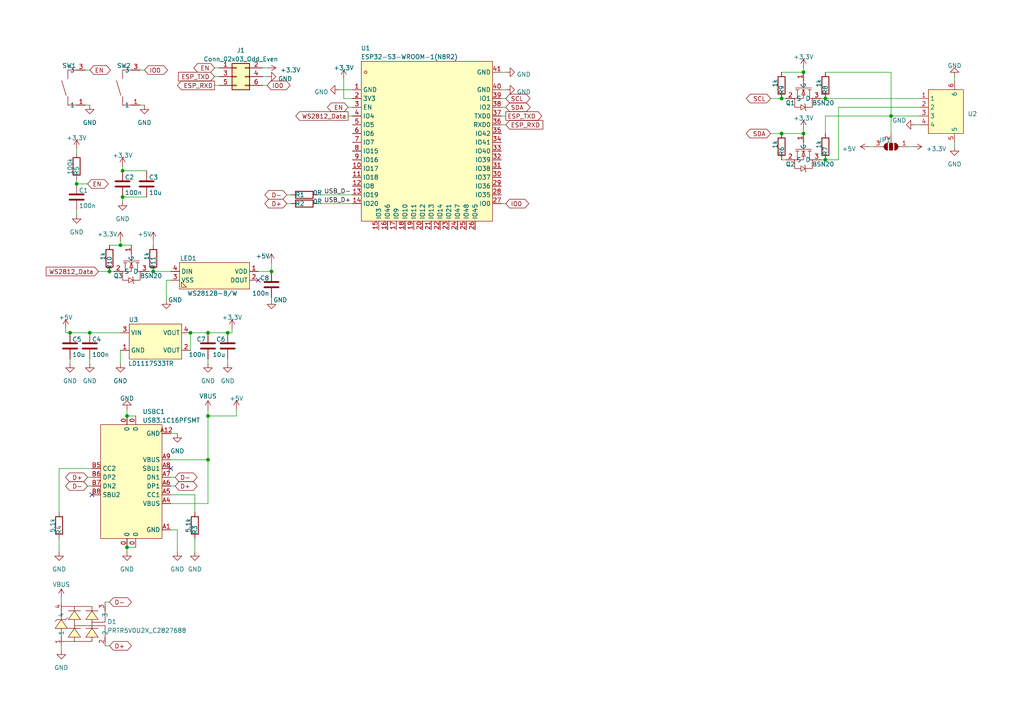
<source format=kicad_sch>
(kicad_sch (version 20230121) (generator eeschema)
  (paper "A4")
  (lib_symbols
    (symbol "Connector_Generic:Conn_02x03_Odd_Even" (pin_names (offset 1.016) hide)
      (property "Reference" "J" (at 1.27 5.08 0))
      (property "Value" "Conn_02x03_Odd_Even" (at 1.27 -5.08 0))
      (symbol "Conn_02x03_Odd_Even_1_1"
        (rectangle (start -1.27 -2.413) (end 0 -2.667) (stroke (width 0.1524)))
        (rectangle (start -1.27 0.127) (end 0 -0.127) (stroke (width 0.1524)))
        (rectangle (start -1.27 2.667) (end 0 2.413) (stroke (width 0.1524)))
        (rectangle (start -1.27 3.81) (end 3.81 -3.81) (stroke (width 0.254)) (fill (type background)))
        (rectangle (start 3.81 -2.413) (end 2.54 -2.667) (stroke (width 0.1524)))
        (rectangle (start 3.81 0.127) (end 2.54 -0.127) (stroke (width 0.1524)))
        (rectangle (start 3.81 2.667) (end 2.54 2.413) (stroke (width 0.1524)))
        (pin passive line (at -5.08 2.54 0) (length 3.81) (name "Pin_1") (number "1"))
        (pin passive line (at 7.62 2.54 180) (length 3.81) (name "Pin_2") (number "2"))
        (pin passive line (at -5.08 0 0) (length 3.81) (name "Pin_3") (number "3"))
        (pin passive line (at 7.62 0 180) (length 3.81) (name "Pin_4") (number "4"))
        (pin passive line (at -5.08 -2.54 0) (length 3.81) (name "Pin_5") (number "5"))
        (pin passive line (at 7.62 -2.54 180) (length 3.81) (name "Pin_6") (number "6"))
      )
    )
    (symbol "Device:C" (pin_numbers hide) (pin_names (offset 0.254))
      (property "Reference" "C" (at 0.635 2.54 0))
      (property "Value" "C" (at 0.635 -2.54 0))
      (symbol "C_0_1"
        (polyline (pts (xy -2.032 -0.762) (xy 2.032 -0.762)) (stroke (width 0.508)))
        (polyline (pts (xy -2.032 0.762) (xy 2.032 0.762)) (stroke (width 0.508)))
      )
      (symbol "C_1_1"
        (pin passive line (at 0 3.81 270) (length 2.794) (name "~") (number "1"))
        (pin passive line (at 0 -3.81 90) (length 2.794) (name "~") (number "2"))
      )
    )
    (symbol "Device:R" (pin_numbers hide) (pin_names (offset 0))
      (property "Reference" "R" (at 2.032 0 90))
      (property "Value" "R" (at 0 0 90))
      (symbol "R_0_1"
        (rectangle (start -1.016 -2.54) (end 1.016 2.54) (stroke (width 0.254)))
      )
      (symbol "R_1_1"
        (pin passive line (at 0 3.81 270) (length 1.27) (name "~") (number "1"))
        (pin passive line (at 0 -3.81 90) (length 1.27) (name "~") (number "2"))
      )
    )
    (symbol "Jumper:SolderJumper_3_Open" (pin_names (offset 0) hide)
      (property "Reference" "JP" (at -2.54 -2.54 0))
      (property "Value" "SolderJumper_3_Open" (at 0 2.794 0))
      (symbol "SolderJumper_3_Open_0_1"
        (arc (start -1.016 1.016) (mid -2.0276 0) (end -1.016 -1.016))
        (arc (start -1.016 1.016) (mid -2.0276 0) (end -1.016 -1.016) (fill (type outline)))
        (rectangle (start -0.508 1.016) (end 0.508 -1.016) (fill (type outline)))
        (polyline (pts (xy -2.54 0) (xy -2.032 0)))
        (polyline (pts (xy -1.016 1.016) (xy -1.016 -1.016)))
        (polyline (pts (xy 0 -1.27) (xy 0 -1.016)))
        (polyline (pts (xy 1.016 1.016) (xy 1.016 -1.016)))
        (polyline (pts (xy 2.54 0) (xy 2.032 0)))
        (arc (start 1.016 -1.016) (mid 2.0276 0) (end 1.016 1.016))
        (arc (start 1.016 -1.016) (mid 2.0276 0) (end 1.016 1.016) (fill (type outline)))
      )
      (symbol "SolderJumper_3_Open_1_1"
        (pin passive line (at -5.08 0 0) (length 2.54) (name "A") (number "1"))
        (pin passive line (at 0 -3.81 90) (length 2.54) (name "C") (number "2"))
        (pin passive line (at 5.08 0 180) (length 2.54) (name "B") (number "3"))
      )
    )
    (symbol "burgerLib:BSN20"
      (property "Reference" "Q?" (at 0 10.16 0))
      (property "Value" "BSN20" (at 0 -10.16 0))
      (symbol "BSN20_0_1"
        (polyline (pts (xy -2.54 0) (xy -0.508 0)))
        (polyline (pts (xy -0.508 2.286) (xy -0.508 -2.286)))
        (polyline (pts (xy 0 -2.286) (xy 0 -1.27)))
        (polyline (pts (xy 0 -0.508) (xy 0 0.508)))
        (polyline (pts (xy 0 2.286) (xy 0 1.27)))
        (polyline (pts (xy 2.54 -1.778) (xy 0 -1.778)))
        (polyline (pts (xy 0 0) (xy 1.524 0.508) (xy 1.524 -0.508) (xy 0 0)) (fill (type background)))
        (polyline (pts (xy 4.064 0.254) (xy 4.318 0.508) (xy 5.842 0.508) (xy 6.096 0.762)))
        (polyline (pts (xy 5.08 0.508) (xy 5.842 -0.762) (xy 4.318 -0.762) (xy 5.08 0.508)) (fill (type background)))
        (polyline (pts (xy 0 0) (xy 2.54 0) (xy 2.54 -2.54) (xy 5.08 -2.54) (xy 5.08 -0.762)))
        (polyline (pts (xy 0 1.778) (xy 2.54 1.778) (xy 2.54 2.54) (xy 5.08 2.54) (xy 5.08 0.508)))
        (pin unspecified line (at -5.08 0 0) (length 2.54) (name "G") (number "1"))
        (pin unspecified line (at 2.54 -5.08 90) (length 2.54) (name "S") (number "2"))
        (pin unspecified line (at 2.54 5.08 270) (length 2.54) (name "D") (number "3"))
      )
    )
    (symbol "burgerLib:ESP32-S3-WROOM-1(N8R2)"
      (property "Reference" "U" (at -15.24 15.875 0))
      (property "Value" "ESP32-S3-WROOM-1(N8R2)" (at -1.905 13.335 0))
      (symbol "ESP32-S3-WROOM-1(N8R2)_0_1"
        (rectangle (start -20.32 18.415) (end 17.78 -27.94) (fill (type background)))
        (circle (center -19.05 15.24) (radius 0.38))
        (pin unspecified line (at -22.86 10.16 0) (length 2.54) (name "GND") (number "1"))
        (pin unspecified line (at -22.86 -12.7 0) (length 2.54) (name "IO17") (number "10"))
        (pin unspecified line (at -22.86 -15.24 0) (length 2.54) (name "IO18") (number "11"))
        (pin unspecified line (at -22.86 -17.78 0) (length 2.54) (name "IO8") (number "12"))
        (pin unspecified line (at -22.86 -20.32 0) (length 2.54) (name "IO19") (number "13"))
        (pin unspecified line (at -22.86 -22.86 0) (length 2.54) (name "IO20") (number "14"))
        (pin unspecified line (at -15.24 -30.48 90) (length 2.54) (name "IO3") (number "15"))
        (pin unspecified line (at -12.7 -30.48 90) (length 2.54) (name "IO46") (number "16"))
        (pin unspecified line (at -10.16 -30.48 90) (length 2.54) (name "IO9") (number "17"))
        (pin unspecified line (at -7.62 -30.48 90) (length 2.54) (name "IO10") (number "18"))
        (pin unspecified line (at -5.08 -30.48 90) (length 2.54) (name "IO11") (number "19"))
        (pin unspecified line (at -22.86 7.62 0) (length 2.54) (name "3V3") (number "2"))
        (pin unspecified line (at -2.54 -30.48 90) (length 2.54) (name "IO12") (number "20"))
        (pin unspecified line (at 0 -30.48 90) (length 2.54) (name "IO13") (number "21"))
        (pin unspecified line (at 2.54 -30.48 90) (length 2.54) (name "IO14") (number "22"))
        (pin unspecified line (at 5.08 -30.48 90) (length 2.54) (name "IO21") (number "23"))
        (pin unspecified line (at 7.62 -30.48 90) (length 2.54) (name "IO47") (number "24"))
        (pin unspecified line (at 10.16 -30.48 90) (length 2.54) (name "IO48") (number "25"))
        (pin unspecified line (at 12.7 -30.48 90) (length 2.54) (name "IO45") (number "26"))
        (pin unspecified line (at 20.32 -22.86 180) (length 2.54) (name "IO0") (number "27"))
        (pin unspecified line (at 20.32 -20.32 180) (length 2.54) (name "IO35") (number "28"))
        (pin unspecified line (at 20.32 -17.78 180) (length 2.54) (name "IO36") (number "29"))
        (pin unspecified line (at -22.86 5.08 0) (length 2.54) (name "EN") (number "3"))
        (pin unspecified line (at 20.32 -15.24 180) (length 2.54) (name "IO37") (number "30"))
        (pin unspecified line (at 20.32 -12.7 180) (length 2.54) (name "IO38") (number "31"))
        (pin unspecified line (at 20.32 -10.16 180) (length 2.54) (name "IO39") (number "32"))
        (pin unspecified line (at 20.32 -7.62 180) (length 2.54) (name "IO40") (number "33"))
        (pin unspecified line (at 20.32 -5.08 180) (length 2.54) (name "IO41") (number "34"))
        (pin unspecified line (at 20.32 -2.54 180) (length 2.54) (name "IO42") (number "35"))
        (pin unspecified line (at 20.32 0 180) (length 2.54) (name "RXD0") (number "36"))
        (pin unspecified line (at 20.32 2.54 180) (length 2.54) (name "TXD0") (number "37"))
        (pin unspecified line (at 20.32 5.08 180) (length 2.54) (name "IO2") (number "38"))
        (pin unspecified line (at 20.32 7.62 180) (length 2.54) (name "IO1") (number "39"))
        (pin unspecified line (at -22.86 2.54 0) (length 2.54) (name "IO4") (number "4"))
        (pin unspecified line (at 20.32 10.16 180) (length 2.54) (name "GND") (number "40"))
        (pin unspecified line (at 20.32 15.24 180) (length 2.54) (name "GND") (number "41"))
        (pin unspecified line (at -22.86 0 0) (length 2.54) (name "IO5") (number "5"))
        (pin unspecified line (at -22.86 -2.54 0) (length 2.54) (name "IO6") (number "6"))
        (pin unspecified line (at -22.86 -5.08 0) (length 2.54) (name "IO7") (number "7"))
        (pin unspecified line (at -22.86 -7.62 0) (length 2.54) (name "IO15") (number "8"))
        (pin unspecified line (at -22.86 -10.16 0) (length 2.54) (name "IO16") (number "9"))
      )
    )
    (symbol "burgerLib:K2-1102SP-C4SC-04"
      (property "Reference" "SW?" (at 0 10.16 0))
      (property "Value" "K2-1102SP-C4SC-04" (at 0 -10.16 0))
      (symbol "K2-1102SP-C4SC-04_0_1"
        (polyline (pts (xy -5.08 -5.08) (xy -2.54 -5.08)))
        (polyline (pts (xy -5.08 5.08) (xy -2.54 5.08)))
        (polyline (pts (xy -2.54 -5.08) (xy -2.54 -2.54)))
        (polyline (pts (xy -2.54 5.08) (xy -2.54 2.54)))
        (polyline (pts (xy -2.032 2.286) (xy -0.762 -2.032)))
        (pin unspecified line (at -7.62 5.08 0) (length 2.54) (name "1") (number "1"))
        (pin unspecified line (at -7.62 5.08 0) (length 2.54) hide (name "2") (number "2"))
        (pin unspecified line (at -7.62 -5.08 0) (length 2.54) (name "3") (number "3"))
        (pin unspecified line (at -7.62 -5.08 0) (length 2.54) hide (name "4") (number "4"))
      )
    )
    (symbol "burgerLib:LD1117S33TR"
      (property "Reference" "U?" (at 0 7.62 0))
      (property "Value" "LD1117S33TR" (at 0 -7.62 0))
      (symbol "LD1117S33TR_0_1"
        (rectangle (start -7.62 5.08) (end 7.62 -5.08) (fill (type background)))
        (pin unspecified line (at -10.16 2.54 0) (length 2.54) (name "GND") (number "1"))
        (pin unspecified line (at 10.16 2.54 180) (length 2.54) (name "VOUT") (number "2"))
        (pin unspecified line (at -10.16 -2.54 0) (length 2.54) (name "VIN") (number "3"))
        (pin unspecified line (at 10.16 -2.54 180) (length 2.54) (name "VOUT") (number "4"))
      )
    )
    (symbol "burgerLib:PRTR5V0U2X_C2827688"
      (property "Reference" "D?" (at 0 12.7 0))
      (property "Value" "PRTR5V0U2X_C2827688" (at 0 -10.16 0))
      (symbol "PRTR5V0U2X_C2827688_0_1"
        (polyline (pts (xy -1.27 0) (xy -1.27 2.54)))
        (polyline (pts (xy 0.508 0) (xy -3.048 0)))
        (polyline (pts (xy 0.508 5.08) (xy -3.048 5.08)))
        (polyline (pts (xy 3.81 0) (xy 3.81 2.54)))
        (polyline (pts (xy 5.588 0) (xy 2.032 0)))
        (polyline (pts (xy 5.588 5.08) (xy 2.032 5.08)))
        (polyline (pts (xy -1.27 -3.81) (xy 3.81 -3.81) (xy 3.81 -2.54)))
        (polyline (pts (xy -1.27 0.762) (xy 7.62 0.762) (xy 7.62 -3.81)))
        (polyline (pts (xy -1.27 6.35) (xy -5.08 6.35) (xy -5.08 2.54)))
        (polyline (pts (xy 3.81 1.778) (xy 7.62 1.778) (xy 7.62 6.35)))
        (polyline (pts (xy -5.08 0) (xy -5.08 -3.81) (xy -1.27 -3.81) (xy -1.27 -2.54)))
        (polyline (pts (xy -3.302 0) (xy -5.08 2.54) (xy -6.858 0) (xy -3.302 0)) (fill (type background)))
        (polyline (pts (xy -3.302 3.048) (xy -3.81 2.54) (xy -6.35 2.54) (xy -6.858 2.032)))
        (polyline (pts (xy 0.508 -2.54) (xy -1.27 0) (xy -3.048 -2.54) (xy 0.508 -2.54)) (fill (type background)))
        (polyline (pts (xy 0.508 2.54) (xy -1.27 5.08) (xy -3.048 2.54) (xy 0.508 2.54)) (fill (type background)))
        (polyline (pts (xy 3.81 5.08) (xy 3.81 6.35) (xy -1.27 6.35) (xy -1.27 5.08)))
        (polyline (pts (xy 5.588 -2.54) (xy 3.81 0) (xy 2.032 -2.54) (xy 5.588 -2.54)) (fill (type background)))
        (polyline (pts (xy 5.588 2.54) (xy 3.81 5.08) (xy 2.032 2.54) (xy 5.588 2.54)) (fill (type background)))
        (pin unspecified line (at -5.08 -5.08 90) (length 2.54) (name "1") (number "1"))
        (pin unspecified line (at 7.62 -5.08 90) (length 2.54) (name "2") (number "2"))
        (pin unspecified line (at 7.62 7.62 270) (length 2.54) (name "3") (number "3"))
        (pin unspecified line (at -5.08 7.62 270) (length 2.54) (name "4") (number "4"))
      )
    )
    (symbol "burgerLib:S4B-PH-SM4-K-TB(LF)(SN)"
      (property "Reference" "U?" (at 0 12.7 0))
      (property "Value" "S4B-PH-SM4-K-TB(LF)(SN)" (at 0 -15.24 0))
      (symbol "S4B-PH-SM4-K-TB(LF)(SN)_0_1"
        (rectangle (start -2.54 5.08) (end 7.62 -7.62) (fill (type background)))
        (pin unspecified line (at -5.08 2.54 0) (length 2.54) (name "1") (number "1"))
        (pin unspecified line (at -5.08 0 0) (length 2.54) (name "2") (number "2"))
        (pin unspecified line (at -5.08 -2.54 0) (length 2.54) (name "3") (number "3"))
        (pin unspecified line (at -5.08 -5.08 0) (length 2.54) (name "4") (number "4"))
        (pin unspecified line (at 5.08 -10.16 90) (length 2.54) (name "5") (number "5"))
        (pin unspecified line (at 5.08 7.62 270) (length 2.54) (name "6") (number "6"))
      )
    )
    (symbol "burgerLib:USB3.1C16PFSMT"
      (property "Reference" "USBC?" (at 0 24.13 0))
      (property "Value" "USB3.1C16PFSMT" (at 0 -24.13 0))
      (symbol "USB3.1C16PFSMT_0_1"
        (rectangle (start -8.89 16.51) (end 8.89 -16.51) (fill (type background)))
        (pin unspecified line (at -1.27 -19.05 90) (length 2.54) (name "0") (number "0"))
        (pin unspecified line (at -1.27 19.05 270) (length 2.54) (name "0") (number "0"))
        (pin unspecified line (at 1.27 -19.05 90) (length 2.54) (name "0") (number "0"))
        (pin unspecified line (at 1.27 19.05 270) (length 2.54) (name "0") (number "0"))
        (pin unspecified line (at 11.43 -13.97 180) (length 2.54) (name "GND") (number "A1"))
        (pin unspecified line (at 11.43 13.97 180) (length 2.54) (name "GND") (number "A12"))
        (pin unspecified line (at 11.43 -6.35 180) (length 2.54) (name "VBUS") (number "A4"))
        (pin unspecified line (at 11.43 -3.81 180) (length 2.54) (name "CC1") (number "A5"))
        (pin unspecified line (at 11.43 -1.27 180) (length 2.54) (name "DP1") (number "A6"))
        (pin unspecified line (at 11.43 1.27 180) (length 2.54) (name "DN1") (number "A7"))
        (pin unspecified line (at 11.43 3.81 180) (length 2.54) (name "SBU1") (number "A8"))
        (pin unspecified line (at 11.43 6.35 180) (length 2.54) (name "VBUS") (number "A9"))
        (pin unspecified line (at -11.43 3.81 0) (length 2.54) (name "CC2") (number "B5"))
        (pin unspecified line (at -11.43 1.27 0) (length 2.54) (name "DP2") (number "B6"))
        (pin unspecified line (at -11.43 -1.27 0) (length 2.54) (name "DN2") (number "B7"))
        (pin unspecified line (at -11.43 -3.81 0) (length 2.54) (name "SBU2") (number "B8"))
      )
    )
    (symbol "burgerLib:WS2812B-B_W"
      (property "Reference" "LED?" (at 0 7.62 0))
      (property "Value" "WS2812B-B/W" (at 0 -5.08 0))
      (symbol "WS2812B-B_W_0_1"
        (rectangle (start -10.16 5.08) (end 10.16 -2.54) (fill (type background)))
        (polyline (pts (xy 9.652 -0.508) (xy 9.652 -2.032) (xy 8.128 -2.032) (xy 9.652 -0.508)) (fill (type background)))
        (pin unspecified line (at -12.7 2.54 0) (length 2.54) (name "VDD") (number "1"))
        (pin unspecified line (at -12.7 0 0) (length 2.54) (name "DOUT") (number "2"))
        (pin unspecified line (at 12.7 0 180) (length 2.54) (name "VSS") (number "3"))
        (pin unspecified line (at 12.7 2.54 180) (length 2.54) (name "DIN") (number "4"))
      )
    )
    (symbol "power:+3.3V" (power) (pin_names (offset 0))
      (property "Value" "+3.3V" (at 0 3.556 0))
      (symbol "+3.3V_0_1"
        (polyline (pts (xy -0.762 1.27) (xy 0 2.54)))
        (polyline (pts (xy 0 0) (xy 0 2.54)))
        (polyline (pts (xy 0 2.54) (xy 0.762 1.27)))
      )
      (symbol "+3.3V_1_1"
        (pin power_in line (at 0 0 90) (length 0) hide (name "+3.3V") (number "1"))
      )
    )
    (symbol "power:+5V" (power) (pin_names (offset 0))
      (property "Value" "+5V" (at 0 3.556 0))
      (symbol "+5V_0_1"
        (polyline (pts (xy -0.762 1.27) (xy 0 2.54)))
        (polyline (pts (xy 0 0) (xy 0 2.54)))
        (polyline (pts (xy 0 2.54) (xy 0.762 1.27)))
      )
      (symbol "+5V_1_1"
        (pin power_in line (at 0 0 90) (length 0) hide (name "+5V") (number "1"))
      )
    )
    (symbol "power:GND" (power) (pin_names (offset 0))
      (property "Value" "GND" (at 0 -3.81 0))
      (symbol "GND_0_1"
        (polyline (pts (xy 0 0) (xy 0 -1.27) (xy 1.27 -1.27) (xy 0 -2.54) (xy -1.27 -1.27) (xy 0 -1.27)))
      )
      (symbol "GND_1_1"
        (pin power_in line (at 0 0 270) (length 0) hide (name "GND") (number "1"))
      )
    )
    (symbol "power:VBUS" (power) (pin_names (offset 0))
      (property "Value" "VBUS" (at 0 3.81 0))
      (symbol "VBUS_0_1"
        (polyline (pts (xy -0.762 1.27) (xy 0 2.54)))
        (polyline (pts (xy 0 0) (xy 0 2.54)))
        (polyline (pts (xy 0 2.54) (xy 0.762 1.27)))
      )
      (symbol "VBUS_1_1"
        (pin power_in line (at 0 0 90) (length 0) hide (name "VBUS") (number "1"))
      )
    )
  )
  (junction (at 78.74 78.74))
  (junction (at 60.325 133.35))
  (junction (at 31.75 78.74))
  (junction (at 60.325 96.52))
  (junction (at 226.695 28.575))
  (junction (at 258.445 33.655))
  (junction (at 239.395 28.575))
  (junction (at 233.045 20.955))
  (junction (at 60.325 120.65))
  (junction (at 55.245 96.52))
  (junction (at 20.32 96.52))
  (junction (at 35.56 57.15))
  (junction (at 66.04 96.52))
  (junction (at 26.035 96.52))
  (junction (at 233.045 38.735))
  (junction (at 44.45 78.74))
  (junction (at 239.395 46.355))
  (junction (at 36.83 120.65))
  (junction (at 35.56 49.53))
  (junction (at 22.225 53.34))
  (junction (at 36.83 158.75))
  (junction (at 34.925 71.12))
  (junction (at 226.695 38.735))
  (no_connect (at 49.53 135.89))
  (no_connect (at 74.93 81.28))
  (no_connect (at 26.67 143.51))
  (wire (pts (xy 238.125 46.355) (xy 239.395 46.355)))
  (wire (pts (xy 62.23 22.225) (xy 63.5 22.225)))
  (wire (pts (xy 223.52 38.735) (xy 226.695 38.735)))
  (wire (pts (xy 226.695 28.575) (xy 227.965 28.575)))
  (wire (pts (xy 83.185 56.515) (xy 84.455 56.515)))
  (wire (pts (xy 98.425 26.035) (xy 102.235 26.035)))
  (wire (pts (xy 100.965 33.655) (xy 102.235 33.655)))
  (wire (pts (xy 243.205 31.115) (xy 243.205 46.355)))
  (wire (pts (xy 60.325 146.05) (xy 60.325 133.35)))
  (wire (pts (xy 67.31 95.25) (xy 67.31 96.52)))
  (wire (pts (xy 19.05 95.25) (xy 19.05 96.52)))
  (wire (pts (xy 145.415 59.055) (xy 146.685 59.055)))
  (wire (pts (xy 55.245 96.52) (xy 60.325 96.52)))
  (wire (pts (xy 34.925 69.85) (xy 34.925 71.12)))
  (wire (pts (xy 22.225 60.96) (xy 22.225 62.23)))
  (wire (pts (xy 239.395 38.735) (xy 239.395 33.655)))
  (wire (pts (xy 17.145 156.21) (xy 17.145 160.02)))
  (wire (pts (xy 62.23 24.765) (xy 63.5 24.765)))
  (wire (pts (xy 145.415 31.115) (xy 146.685 31.115)))
  (wire (pts (xy 26.035 104.14) (xy 26.035 105.41)))
  (wire (pts (xy 60.325 120.65) (xy 68.58 120.65)))
  (wire (pts (xy 66.04 104.14) (xy 66.04 105.41)))
  (wire (pts (xy 26.035 96.52) (xy 34.925 96.52)))
  (wire (pts (xy 76.2 24.765) (xy 77.47 24.765)))
  (wire (pts (xy 226.695 20.955) (xy 233.045 20.955)))
  (wire (pts (xy 60.325 133.35) (xy 49.53 133.35)))
  (wire (pts (xy 276.86 41.275) (xy 276.86 42.545)))
  (wire (pts (xy 35.56 57.15) (xy 35.56 58.42)))
  (wire (pts (xy 145.415 33.655) (xy 146.685 33.655)))
  (wire (pts (xy 25.4 138.43) (xy 26.67 138.43)))
  (wire (pts (xy 223.52 28.575) (xy 226.695 28.575)))
  (wire (pts (xy 36.83 158.75) (xy 36.83 160.02)))
  (wire (pts (xy 226.695 38.735) (xy 233.045 38.735)))
  (wire (pts (xy 145.415 26.035) (xy 146.685 26.035)))
  (wire (pts (xy 226.695 46.355) (xy 227.965 46.355)))
  (wire (pts (xy 258.445 20.955) (xy 258.445 33.655)))
  (wire (pts (xy 17.78 187.325) (xy 17.78 188.595)))
  (wire (pts (xy 233.045 37.465) (xy 233.045 38.735)))
  (wire (pts (xy 55.245 96.52) (xy 55.245 101.6)))
  (wire (pts (xy 35.56 57.15) (xy 42.545 57.15)))
  (wire (pts (xy 17.78 173.355) (xy 17.78 174.625)))
  (wire (pts (xy 99.695 22.86) (xy 99.695 28.575)))
  (wire (pts (xy 17.145 148.59) (xy 17.145 135.89)))
  (wire (pts (xy 49.53 140.97) (xy 50.8 140.97)))
  (wire (pts (xy 60.325 120.65) (xy 60.325 118.745)))
  (wire (pts (xy 51.435 160.02) (xy 51.435 153.67)))
  (wire (pts (xy 43.18 78.74) (xy 44.45 78.74)))
  (wire (pts (xy 40.64 20.32) (xy 41.91 20.32)))
  (wire (pts (xy 76.2 19.685) (xy 77.47 19.685)))
  (wire (pts (xy 252.095 42.545) (xy 253.365 42.545)))
  (wire (pts (xy 263.525 42.545) (xy 264.795 42.545)))
  (wire (pts (xy 34.925 71.12) (xy 38.1 71.12)))
  (wire (pts (xy 92.075 56.515) (xy 102.235 56.515)))
  (wire (pts (xy 243.205 46.355) (xy 239.395 46.355)))
  (wire (pts (xy 30.48 187.325) (xy 31.75 187.325)))
  (wire (pts (xy 44.45 78.74) (xy 49.53 78.74)))
  (wire (pts (xy 258.445 33.655) (xy 266.7 33.655)))
  (wire (pts (xy 239.395 20.955) (xy 258.445 20.955)))
  (wire (pts (xy 258.445 38.735) (xy 258.445 33.655)))
  (wire (pts (xy 20.32 104.14) (xy 20.32 105.41)))
  (wire (pts (xy 35.56 49.53) (xy 42.545 49.53)))
  (wire (pts (xy 49.53 138.43) (xy 50.8 138.43)))
  (wire (pts (xy 22.225 53.34) (xy 25.4 53.34)))
  (wire (pts (xy 56.515 156.21) (xy 56.515 160.02)))
  (wire (pts (xy 49.53 146.05) (xy 60.325 146.05)))
  (wire (pts (xy 35.56 48.26) (xy 35.56 49.53)))
  (wire (pts (xy 78.74 86.36) (xy 78.74 86.995)))
  (wire (pts (xy 36.83 158.75) (xy 39.37 158.75)))
  (wire (pts (xy 49.53 143.51) (xy 56.515 143.51)))
  (wire (pts (xy 145.415 28.575) (xy 146.685 28.575)))
  (wire (pts (xy 49.53 125.73) (xy 51.435 125.73)))
  (wire (pts (xy 56.515 143.51) (xy 56.515 148.59)))
  (wire (pts (xy 28.575 78.74) (xy 31.75 78.74)))
  (wire (pts (xy 20.32 96.52) (xy 26.035 96.52)))
  (wire (pts (xy 92.075 59.055) (xy 102.235 59.055)))
  (wire (pts (xy 22.225 43.18) (xy 22.225 44.45)))
  (wire (pts (xy 145.415 20.955) (xy 146.685 20.955)))
  (wire (pts (xy 24.765 30.48) (xy 26.035 30.48)))
  (wire (pts (xy 83.185 59.055) (xy 84.455 59.055)))
  (wire (pts (xy 68.58 120.65) (xy 68.58 118.745)))
  (wire (pts (xy 60.325 96.52) (xy 66.04 96.52)))
  (wire (pts (xy 60.325 104.14) (xy 60.325 105.41)))
  (wire (pts (xy 78.74 78.74) (xy 74.93 78.74)))
  (wire (pts (xy 30.48 174.625) (xy 31.75 174.625)))
  (wire (pts (xy 78.74 76.2) (xy 78.74 78.74)))
  (wire (pts (xy 36.83 120.65) (xy 39.37 120.65)))
  (wire (pts (xy 31.75 71.12) (xy 34.925 71.12)))
  (wire (pts (xy 99.695 28.575) (xy 102.235 28.575)))
  (wire (pts (xy 25.4 140.97) (xy 26.67 140.97)))
  (wire (pts (xy 276.86 22.225) (xy 276.86 23.495)))
  (wire (pts (xy 19.05 96.52) (xy 20.32 96.52)))
  (wire (pts (xy 48.26 86.995) (xy 48.26 81.28)))
  (wire (pts (xy 233.045 19.685) (xy 233.045 20.955)))
  (wire (pts (xy 76.2 22.225) (xy 77.47 22.225)))
  (wire (pts (xy 17.145 135.89) (xy 26.67 135.89)))
  (wire (pts (xy 265.43 36.195) (xy 266.7 36.195)))
  (wire (pts (xy 67.31 96.52) (xy 66.04 96.52)))
  (wire (pts (xy 100.965 31.115) (xy 102.235 31.115)))
  (wire (pts (xy 22.225 52.07) (xy 22.225 53.34)))
  (wire (pts (xy 239.395 28.575) (xy 266.7 28.575)))
  (wire (pts (xy 48.26 81.28) (xy 49.53 81.28)))
  (wire (pts (xy 62.23 19.685) (xy 63.5 19.685)))
  (wire (pts (xy 36.83 118.745) (xy 36.83 120.65)))
  (wire (pts (xy 145.415 36.195) (xy 146.685 36.195)))
  (wire (pts (xy 238.125 28.575) (xy 239.395 28.575)))
  (wire (pts (xy 31.75 78.74) (xy 33.02 78.74)))
  (wire (pts (xy 34.925 101.6) (xy 34.925 105.41)))
  (wire (pts (xy 44.45 69.85) (xy 44.45 71.12)))
  (wire (pts (xy 266.7 31.115) (xy 243.205 31.115)))
  (wire (pts (xy 24.765 20.32) (xy 26.035 20.32)))
  (wire (pts (xy 60.325 120.65) (xy 60.325 133.35)))
  (wire (pts (xy 239.395 33.655) (xy 258.445 33.655)))
  (wire (pts (xy 40.64 30.48) (xy 41.91 30.48)))
  (wire (pts (xy 51.435 153.67) (xy 49.53 153.67)))
  (label "USB_D+" (at 93.98 59.055 0))
  (label "USB_D-" (at 93.98 56.515 0))
  (global_label "SCL" (shape bidirectional) (at 223.52 28.575 180) (property "Intersheetrefs" "${INTERSHEET_REFS}" (effects hide)))
  (global_label "WS2812_Data" (shape input) (at 28.575 78.74 180) (property "Intersheetrefs" "${INTERSHEET_REFS}" (effects hide)))
  (global_label "D+" (shape bidirectional) (at 31.75 187.325 0) (property "Intersheetrefs" "${INTERSHEET_REFS}" (effects hide)))
  (global_label "IO0" (shape bidirectional) (at 77.47 24.765 0) (property "Intersheetrefs" "${INTERSHEET_REFS}" (effects hide)))
  (global_label "EN" (shape bidirectional) (at 62.23 19.685 180) (property "Intersheetrefs" "${INTERSHEET_REFS}" (effects hide)))
  (global_label "D+" (shape bidirectional) (at 83.185 59.055 180) (property "Intersheetrefs" "${INTERSHEET_REFS}" (effects hide)))
  (global_label "WS2812_Data" (shape output) (at 100.965 33.655 180) (property "Intersheetrefs" "${INTERSHEET_REFS}" (effects hide)))
  (global_label "IO0" (shape bidirectional) (at 41.91 20.32 0) (property "Intersheetrefs" "${INTERSHEET_REFS}" (effects hide)))
  (global_label "ESP_TXD" (shape output) (at 146.685 33.655 0) (property "Intersheetrefs" "${INTERSHEET_REFS}" (effects hide)))
  (global_label "D+" (shape bidirectional) (at 25.4 138.43 180) (property "Intersheetrefs" "${INTERSHEET_REFS}" (effects hide)))
  (global_label "D-" (shape bidirectional) (at 25.4 140.97 180) (property "Intersheetrefs" "${INTERSHEET_REFS}" (effects hide)))
  (global_label "ESP_RXD" (shape input) (at 146.685 36.195 0) (property "Intersheetrefs" "${INTERSHEET_REFS}" (effects hide)))
  (global_label "D-" (shape bidirectional) (at 83.185 56.515 180) (property "Intersheetrefs" "${INTERSHEET_REFS}" (effects hide)))
  (global_label "D-" (shape bidirectional) (at 50.8 138.43 0) (property "Intersheetrefs" "${INTERSHEET_REFS}" (effects hide)))
  (global_label "EN" (shape bidirectional) (at 100.965 31.115 180) (property "Intersheetrefs" "${INTERSHEET_REFS}" (effects hide)))
  (global_label "IO0" (shape bidirectional) (at 146.685 59.055 0) (property "Intersheetrefs" "${INTERSHEET_REFS}" (effects hide)))
  (global_label "EN" (shape bidirectional) (at 26.035 20.32 0) (property "Intersheetrefs" "${INTERSHEET_REFS}" (effects hide)))
  (global_label "D-" (shape bidirectional) (at 31.75 174.625 0) (property "Intersheetrefs" "${INTERSHEET_REFS}" (effects hide)))
  (global_label "ESP_TXD" (shape input) (at 62.23 22.225 180) (property "Intersheetrefs" "${INTERSHEET_REFS}" (effects hide)))
  (global_label "SCL" (shape bidirectional) (at 146.685 28.575 0) (property "Intersheetrefs" "${INTERSHEET_REFS}" (effects hide)))
  (global_label "EN" (shape bidirectional) (at 25.4 53.34 0) (property "Intersheetrefs" "${INTERSHEET_REFS}" (effects hide)))
  (global_label "ESP_RXD" (shape output) (at 62.23 24.765 180) (property "Intersheetrefs" "${INTERSHEET_REFS}" (effects hide)))
  (global_label "D+" (shape bidirectional) (at 50.8 140.97 0) (property "Intersheetrefs" "${INTERSHEET_REFS}" (effects hide)))
  (global_label "SDA" (shape bidirectional) (at 223.52 38.735 180) (property "Intersheetrefs" "${INTERSHEET_REFS}" (effects hide)))
  (global_label "SDA" (shape bidirectional) (at 146.685 31.115 0) (property "Intersheetrefs" "${INTERSHEET_REFS}" (effects hide)))
  (symbol (lib_id "Device:C") (at 26.035 100.33 0) (unit 1)
    (property "Reference" "C4" (at 26.67 98.425 0) (effects (justify left)))
    (property "Value" "100n" (at 26.67 102.87 0) (effects (justify left)))
  )
  (symbol (lib_id "burgerLib:LD1117S33TR") (at 45.085 99.06 0) (mirror x) (unit 1)
    (property "Reference" "U3" (at 38.735 92.71 0))
    (property "Value" "LD1117S33TR" (at 43.815 105.41 0))
    (property "Footprint" "EduboardV2_kicadlib:SOT-223_L6.5-W3.5-P2.30-LS7.0-BR" (effects hide))
    (property "Datasheet" "https://lcsc.com/product-detail/Others_STMicroelectronics_LD1117S33TR_STMicroelectronics-LD1117S33TR_C86781.html" (effects hide))
    (property "Manufacturer" "ST(意法半导体)" (effects hide))
    (property "LCSC Part" "C86781" (effects hide))
    (property "JLC Part" "Extended Part" (effects hide))
  )
  (symbol (lib_id "burgerLib:WS2812B-B_W") (at 62.23 81.28 0) (mirror y) (unit 1)
    (property "Reference" "LED1" (at 54.61 74.93 0))
    (property "Value" "WS2812B-B/W" (at 61.595 85.09 0))
    (property "Footprint" "EduboardV2_kicadlib:LED-SMD_4P-L5.0-W5.0-TL_WS2812B-B" (effects hide))
    (property "Manufacturer" "worldsemi" (effects hide))
    (property "LCSC Part" "C2761795" (effects hide))
    (property "JLC Part" "Extended Part" (effects hide))
  )
  (symbol (lib_id "power:GND") (at 41.91 30.48 0) (unit 1)
    (property "Reference" "#PWR021" (effects hide))
    (property "Value" "GND" (at 41.91 35.56 0))
  )
  (symbol (lib_id "power:+3.3V") (at 22.225 43.18 0) (unit 1)
    (property "Reference" "#PWR013" (effects hide))
    (property "Value" "+3.3V" (at 22.225 40.005 0))
  )
  (symbol (lib_id "power:GND") (at 35.56 58.42 0) (unit 1)
    (property "Reference" "#PWR015" (effects hide))
    (property "Value" "GND" (at 35.56 63.5 0))
  )
  (symbol (lib_id "Device:R") (at 17.145 152.4 180) (unit 1)
    (property "Reference" "R4" (at 17.145 153.67 90))
    (property "Value" "5.1k" (at 15.24 152.4 90))
  )
  (symbol (lib_id "Device:R") (at 56.515 152.4 180) (unit 1)
    (property "Reference" "R3" (at 56.515 153.67 90))
    (property "Value" "5.1k" (at 54.61 152.4 90))
  )
  (symbol (lib_id "power:+3.3V") (at 67.31 95.25 0) (unit 1)
    (property "Reference" "#PWR034" (effects hide))
    (property "Value" "+3.3V" (at 67.31 92.075 0))
  )
  (symbol (lib_id "Device:R") (at 226.695 42.545 180) (unit 1)
    (property "Reference" "R6" (at 226.695 43.815 90))
    (property "Value" "1k" (at 224.79 41.91 90))
  )
  (symbol (lib_id "power:GND") (at 51.435 160.02 0) (unit 1)
    (property "Reference" "#PWR07" (effects hide))
    (property "Value" "GND" (at 51.435 165.1 0))
  )
  (symbol (lib_id "burgerLib:BSN20") (at 233.045 43.815 270) (unit 1)
    (property "Reference" "Q2" (at 229.235 47.625 90))
    (property "Value" "BSN20" (at 238.76 47.625 90))
    (property "Footprint" "EduboardV2_kicadlib:SOT-23-3_L2.9-W1.6-P1.90-LS2.8-BR" (effects hide))
    (property "Datasheet" "https://lcsc.com/product-detail/MOSFET_BSN20_C116157.html" (effects hide))
    (property "Manufacturer" "SHIKUES(时科)" (effects hide))
    (property "LCSC Part" "C116157" (effects hide))
    (property "JLC Part" "Extended Part" (effects hide))
  )
  (symbol (lib_id "power:GND") (at 17.78 188.595 0) (unit 1)
    (property "Reference" "#PWR02" (effects hide))
    (property "Value" "GND" (at 17.78 193.675 0))
  )
  (symbol (lib_id "burgerLib:S4B-PH-SM4-K-TB(LF)(SN)") (at 271.78 31.115 0) (unit 1)
    (property "Reference" "U2" (at 280.67 33.02 0) (effects (justify left)))
    (property "Value" "S4B-PH-SM4-K-TB(LF)(SN)" (effects hide))
    (property "Footprint" "EduboardV2_kicadlib:CONN-SMD_S4B-PH-SM4-K-TB-LF-SN" (effects hide))
    (property "Datasheet" "https://lcsc.com/product-detail/Others_JST-Sales-America_S4B-PH-SM4-K-TB-LF-SN_JST-Sales-America-S4B-PH-SM4-K-TB-LF-SN_C265332.html" (effects hide))
    (property "Manufacturer" "JST" (effects hide))
    (property "LCSC Part" "C265332" (effects hide))
    (property "JLC Part" "Extended Part" (effects hide))
  )
  (symbol (lib_id "power:GND") (at 265.43 36.195 270) (unit 1)
    (property "Reference" "#PWR029" (effects hide))
    (property "Value" "GND" (at 262.89 34.925 90) (effects (justify right)))
  )
  (symbol (lib_id "Device:C") (at 78.74 82.55 0) (mirror y) (unit 1)
    (property "Reference" "C8" (at 78.105 80.645 0) (effects (justify left)))
    (property "Value" "100n" (at 78.105 85.09 0) (effects (justify left)))
  )
  (symbol (lib_id "power:+3.3V") (at 35.56 48.26 0) (unit 1)
    (property "Reference" "#PWR014" (effects hide))
    (property "Value" "+3.3V" (at 35.56 45.085 0))
  )
  (symbol (lib_id "burgerLib:USB3.1C16PFSMT") (at 38.1 139.7 0) (unit 1)
    (property "Reference" "USBC1" (at 41.3259 119.38 0) (effects (justify left)))
    (property "Value" "USB3.1C16PFSMT" (at 41.3259 121.92 0) (effects (justify left)))
    (property "Footprint" "EduboardV2_kicadlib:USB-C-SMD_TYPE-C-USB-17" (effects hide))
    (property "Datasheet" "https://lcsc.com/product-detail/USB-Type-C_USB-3-1-C-16PF-SMT-2-0Type_C167321.html" (effects hide))
    (property "Manufacturer" "精拓金" (effects hide))
    (property "LCSC Part" "C167321" (effects hide))
    (property "JLC Part" "Extended Part" (effects hide))
  )
  (symbol (lib_id "power:GND") (at 26.035 105.41 0) (unit 1)
    (property "Reference" "#PWR023" (effects hide))
    (property "Value" "GND" (at 26.035 110.49 0))
  )
  (symbol (lib_id "power:+5V") (at 252.095 42.545 90) (unit 1)
    (property "Reference" "#PWR027" (effects hide))
    (property "Value" "+5V" (at 248.285 43.18 90) (effects (justify left)))
  )
  (symbol (lib_id "Device:C") (at 66.04 100.33 0) (mirror y) (unit 1)
    (property "Reference" "C6" (at 65.405 98.425 0) (effects (justify left)))
    (property "Value" "10u" (at 65.405 102.87 0) (effects (justify left)))
  )
  (symbol (lib_id "power:GND") (at 36.83 118.745 180) (unit 1)
    (property "Reference" "#PWR03" (effects hide))
    (property "Value" "GND" (at 36.83 115.57 0))
  )
  (symbol (lib_id "burgerLib:ESP32-S3-WROOM-1(N8R2)") (at 125.095 36.195 0) (unit 1)
    (property "Reference" "U1" (at 106.045 13.97 0))
    (property "Value" "ESP32-S3-WROOM-1(N8R2)" (at 118.745 16.51 0))
    (property "Footprint" "EduboardV2_kicadlib:WIRELM-SMD_ESP32-S3-WROOM-1" (effects hide))
    (property "Manufacturer" "ESPRESSIF(乐鑫)" (effects hide))
    (property "LCSC Part" "C2913204" (effects hide))
    (property "JLC Part" "Extended Part" (effects hide))
  )
  (symbol (lib_id "power:GND") (at 276.86 22.225 180) (unit 1)
    (property "Reference" "#PWR031" (effects hide))
    (property "Value" "GND" (at 276.86 19.05 0))
  )
  (symbol (lib_id "burgerLib:BSN20") (at 233.045 26.035 270) (unit 1)
    (property "Reference" "Q1" (at 229.235 29.845 90))
    (property "Value" "BSN20" (at 238.76 29.845 90))
    (property "Footprint" "EduboardV2_kicadlib:SOT-23-3_L2.9-W1.6-P1.90-LS2.8-BR" (effects hide))
    (property "Datasheet" "https://lcsc.com/product-detail/MOSFET_BSN20_C116157.html" (effects hide))
    (property "Manufacturer" "SHIKUES(时科)" (effects hide))
    (property "LCSC Part" "C116157" (effects hide))
    (property "JLC Part" "Extended Part" (effects hide))
  )
  (symbol (lib_id "power:GND") (at 98.425 26.035 270) (unit 1)
    (property "Reference" "#PWR017" (effects hide))
    (property "Value" "GND" (at 95.25 26.67 90) (effects (justify right)))
  )
  (symbol (lib_id "power:GND") (at 36.83 160.02 0) (unit 1)
    (property "Reference" "#PWR04" (effects hide))
    (property "Value" "GND" (at 36.83 165.1 0))
  )
  (symbol (lib_id "power:GND") (at 34.925 105.41 0) (unit 1)
    (property "Reference" "#PWR024" (effects hide))
    (property "Value" "GND" (at 34.925 110.49 0))
  )
  (symbol (lib_id "power:+3.3V") (at 264.795 42.545 270) (unit 1)
    (property "Reference" "#PWR028" (effects hide))
    (property "Value" "+3.3V" (at 268.605 43.18 90) (effects (justify left)))
  )
  (symbol (lib_id "Device:R") (at 226.695 24.765 180) (unit 1)
    (property "Reference" "R9" (at 226.695 26.035 90))
    (property "Value" "1k" (at 224.79 24.13 90))
  )
  (symbol (lib_id "Device:C") (at 20.32 100.33 0) (unit 1)
    (property "Reference" "C5" (at 20.955 98.425 0) (effects (justify left)))
    (property "Value" "10u" (at 20.955 102.87 0) (effects (justify left)))
  )
  (symbol (lib_id "power:GND") (at 20.32 105.41 0) (unit 1)
    (property "Reference" "#PWR022" (effects hide))
    (property "Value" "GND" (at 20.32 110.49 0))
  )
  (symbol (lib_id "power:GND") (at 66.04 105.41 0) (unit 1)
    (property "Reference" "#PWR036" (effects hide))
    (property "Value" "GND" (at 66.04 110.49 0))
  )
  (symbol (lib_id "Device:R") (at 31.75 74.93 180) (unit 1)
    (property "Reference" "R10" (at 31.75 76.2 90))
    (property "Value" "1k" (at 29.845 74.295 90))
  )
  (symbol (lib_id "power:GND") (at 276.86 42.545 0) (unit 1)
    (property "Reference" "#PWR030" (effects hide))
    (property "Value" "GND" (at 276.86 47.625 0))
  )
  (symbol (lib_id "Device:R") (at 239.395 42.545 180) (unit 1)
    (property "Reference" "R7" (at 239.395 43.815 90))
    (property "Value" "1k" (at 237.49 41.91 90))
  )
  (symbol (lib_id "Connector_Generic:Conn_02x03_Odd_Even") (at 68.58 22.225 0) (unit 1) (in_bom no)
    (property "Reference" "J1" (at 69.85 14.605 0))
    (property "Value" "Conn_02x03_Odd_Even" (at 69.85 17.145 0))
  )
  (symbol (lib_id "power:GND") (at 26.035 30.48 0) (unit 1)
    (property "Reference" "#PWR020" (effects hide))
    (property "Value" "GND" (at 26.035 35.56 0))
  )
  (symbol (lib_id "power:+5V") (at 44.45 69.85 0) (unit 1)
    (property "Reference" "#PWR040" (effects hide))
    (property "Value" "+5V" (at 41.91 67.945 0))
  )
  (symbol (lib_id "Device:R") (at 44.45 74.93 180) (unit 1)
    (property "Reference" "R11" (at 44.45 76.2 90))
    (property "Value" "1k" (at 42.545 74.295 90))
  )
  (symbol (lib_id "burgerLib:K2-1102SP-C4SC-04") (at 17.145 25.4 180) (unit 1)
    (property "Reference" "SW1" (at 20.066 19.05 0))
    (property "Value" "K2-1102SP-C4SC-04" (effects hide))
    (property "Footprint" "EduboardV2_kicadlib:KEY-SMD_4P-L6.0-W6.0-P4.50-LS9.5-BL" (effects hide))
    (property "Datasheet" "https://lcsc.com/product-detail/Tactile-Switches_K2-1102SP-C4SW-04-SMD_C127509.html" (effects hide))
    (property "Manufacturer" "韩国韩荣" (effects hide))
    (property "LCSC Part" "C127509" (effects hide))
    (property "JLC Part" "Extended Part" (effects hide))
  )
  (symbol (lib_id "burgerLib:PRTR5V0U2X_C2827688") (at 22.86 182.245 0) (unit 1)
    (property "Reference" "D1" (at 31.115 180.34 0) (effects (justify left)))
    (property "Value" "PRTR5V0U2X_C2827688" (at 31.115 182.88 0) (effects (justify left)))
    (property "Footprint" "EduboardV2_kicadlib:SOT-143-4_L2.9-W1.3-P1.92-LS2.4-BL" (effects hide))
    (property "Manufacturer" "TECH PUBLIC(台舟)" (effects hide))
    (property "LCSC Part" "C2827688" (effects hide))
    (property "JLC Part" "Extended Part" (effects hide))
  )
  (symbol (lib_id "power:+3.3V") (at 77.47 19.685 270) (unit 1)
    (property "Reference" "#PWR032" (effects hide))
    (property "Value" "+3.3V" (at 81.28 20.32 90) (effects (justify left)))
  )
  (symbol (lib_id "power:VBUS") (at 60.325 118.745 0) (unit 1)
    (property "Reference" "#PWR08" (effects hide))
    (property "Value" "VBUS" (at 60.325 114.935 0))
  )
  (symbol (lib_id "Device:R") (at 239.395 24.765 180) (unit 1)
    (property "Reference" "R8" (at 239.395 26.035 90))
    (property "Value" "1k" (at 237.49 24.13 90))
  )
  (symbol (lib_id "power:GND") (at 22.225 62.23 0) (unit 1)
    (property "Reference" "#PWR016" (effects hide))
    (property "Value" "GND" (at 22.225 67.31 0))
  )
  (symbol (lib_id "Device:C") (at 42.545 53.34 0) (unit 1)
    (property "Reference" "C3" (at 43.18 51.435 0) (effects (justify left)))
    (property "Value" "10u" (at 43.18 55.88 0) (effects (justify left)))
  )
  (symbol (lib_id "power:GND") (at 51.435 125.73 0) (unit 1)
    (property "Reference" "#PWR09" (effects hide))
    (property "Value" "GND" (at 51.435 130.81 0))
  )
  (symbol (lib_id "power:+5V") (at 78.74 76.2 0) (unit 1)
    (property "Reference" "#PWR041" (effects hide))
    (property "Value" "+5V" (at 76.2 74.295 0))
  )
  (symbol (lib_id "power:GND") (at 56.515 160.02 0) (unit 1)
    (property "Reference" "#PWR05" (effects hide))
    (property "Value" "GND" (at 56.515 165.1 0))
  )
  (symbol (lib_id "power:+3.3V") (at 233.045 19.685 0) (unit 1)
    (property "Reference" "#PWR010" (effects hide))
    (property "Value" "+3.3V" (at 233.045 16.51 0))
  )
  (symbol (lib_id "power:GND") (at 77.47 22.225 90) (unit 1)
    (property "Reference" "#PWR033" (effects hide))
    (property "Value" "GND" (at 80.645 22.86 90) (effects (justify right)))
  )
  (symbol (lib_id "burgerLib:BSN20") (at 38.1 76.2 270) (unit 1)
    (property "Reference" "Q3" (at 34.29 80.01 90))
    (property "Value" "BSN20" (at 43.815 80.01 90))
    (property "Footprint" "EduboardV2_kicadlib:SOT-23-3_L2.9-W1.6-P1.90-LS2.8-BR" (effects hide))
    (property "Datasheet" "https://lcsc.com/product-detail/MOSFET_BSN20_C116157.html" (effects hide))
    (property "Manufacturer" "SHIKUES(时科)" (effects hide))
    (property "LCSC Part" "C116157" (effects hide))
    (property "JLC Part" "Extended Part" (effects hide))
  )
  (symbol (lib_id "power:GND") (at 60.325 105.41 0) (unit 1)
    (property "Reference" "#PWR035" (effects hide))
    (property "Value" "GND" (at 60.325 110.49 0))
  )
  (symbol (lib_id "burgerLib:K2-1102SP-C4SC-04") (at 33.02 25.4 180) (unit 1)
    (property "Reference" "SW2" (at 35.941 19.05 0))
    (property "Value" "K2-1102SP-C4SC-04" (effects hide))
    (property "Footprint" "EduboardV2_kicadlib:KEY-SMD_4P-L6.0-W6.0-P4.50-LS9.5-BL" (effects hide))
    (property "Datasheet" "https://lcsc.com/product-detail/Tactile-Switches_K2-1102SP-C4SW-04-SMD_C127509.html" (effects hide))
    (property "Manufacturer" "韩国韩荣" (effects hide))
    (property "LCSC Part" "C127509" (effects hide))
    (property "JLC Part" "Extended Part" (effects hide))
  )
  (symbol (lib_id "power:GND") (at 146.685 20.955 90) (unit 1)
    (property "Reference" "#PWR018" (effects hide))
    (property "Value" "GND" (at 149.86 21.59 90) (effects (justify right)))
  )
  (symbol (lib_id "Device:R") (at 88.265 59.055 90) (unit 1)
    (property "Reference" "R2" (at 86.995 59.055 90))
    (property "Value" "0R" (at 92.075 58.42 90))
  )
  (symbol (lib_id "power:+3.3V") (at 99.695 22.86 0) (unit 1)
    (property "Reference" "#PWR012" (effects hide))
    (property "Value" "+3.3V" (at 99.695 19.685 0))
  )
  (symbol (lib_id "Device:C") (at 60.325 100.33 0) (mirror y) (unit 1)
    (property "Reference" "C7" (at 59.69 98.425 0) (effects (justify left)))
    (property "Value" "100n" (at 59.69 102.87 0) (effects (justify left)))
  )
  (symbol (lib_id "power:+5V") (at 68.58 118.745 0) (unit 1)
    (property "Reference" "#PWR026" (effects hide))
    (property "Value" "+5V" (at 68.58 115.57 0))
  )
  (symbol (lib_id "power:+5V") (at 19.05 95.25 0) (unit 1)
    (property "Reference" "#PWR025" (effects hide))
    (property "Value" "+5V" (at 19.05 92.075 0))
  )
  (symbol (lib_id "Jumper:SolderJumper_3_Open") (at 258.445 42.545 180) (unit 1)
    (property "Reference" "JP1" (at 256.54 40.64 0))
    (property "Value" "SolderJumper_3_Open" (effects hide))
  )
  (symbol (lib_id "Device:R") (at 88.265 56.515 90) (unit 1)
    (property "Reference" "R1" (at 86.995 56.515 90))
    (property "Value" "0R" (at 92.075 55.88 90))
  )
  (symbol (lib_id "power:GND") (at 17.145 160.02 0) (unit 1)
    (property "Reference" "#PWR06" (effects hide))
    (property "Value" "GND" (at 17.145 165.1 0))
  )
  (symbol (lib_id "power:GND") (at 48.26 86.995 0) (mirror y) (unit 1)
    (property "Reference" "#PWR038" (effects hide))
    (property "Value" "GND" (at 50.8 86.995 0))
  )
  (symbol (lib_id "power:GND") (at 78.74 86.995 0) (mirror y) (unit 1)
    (property "Reference" "#PWR037" (effects hide))
    (property "Value" "GND" (at 81.28 86.995 0))
  )
  (symbol (lib_id "Device:C") (at 22.225 57.15 0) (unit 1)
    (property "Reference" "C1" (at 22.86 55.245 0) (effects (justify left)))
    (property "Value" "100n" (at 22.86 59.69 0) (effects (justify left)))
  )
  (symbol (lib_id "power:+3.3V") (at 34.925 69.85 0) (unit 1)
    (property "Reference" "#PWR039" (effects hide))
    (property "Value" "+3.3V" (at 31.115 67.945 0))
  )
  (symbol (lib_id "power:GND") (at 146.685 26.035 90) (unit 1)
    (property "Reference" "#PWR019" (effects hide))
    (property "Value" "GND" (at 149.86 26.67 90) (effects (justify right)))
  )
  (symbol (lib_id "Device:R") (at 22.225 48.26 180) (unit 1)
    (property "Reference" "R5" (at 22.225 49.53 90))
    (property "Value" "100k" (at 20.32 48.26 90))
  )
  (symbol (lib_id "power:+3.3V") (at 233.045 37.465 0) (unit 1)
    (property "Reference" "#PWR011" (effects hide))
    (property "Value" "+3.3V" (at 233.045 34.29 0))
  )
  (symbol (lib_id "Device:C") (at 35.56 53.34 0) (unit 1)
    (property "Reference" "C2" (at 36.195 51.435 0) (effects (justify left)))
    (property "Value" "100n" (at 36.195 55.88 0) (effects (justify left)))
  )
  (symbol (lib_id "power:VBUS") (at 17.78 173.355 0) (unit 1)
    (property "Reference" "#PWR01" (effects hide))
    (property "Value" "VBUS" (at 17.78 169.545 0))
  )
)
</source>
